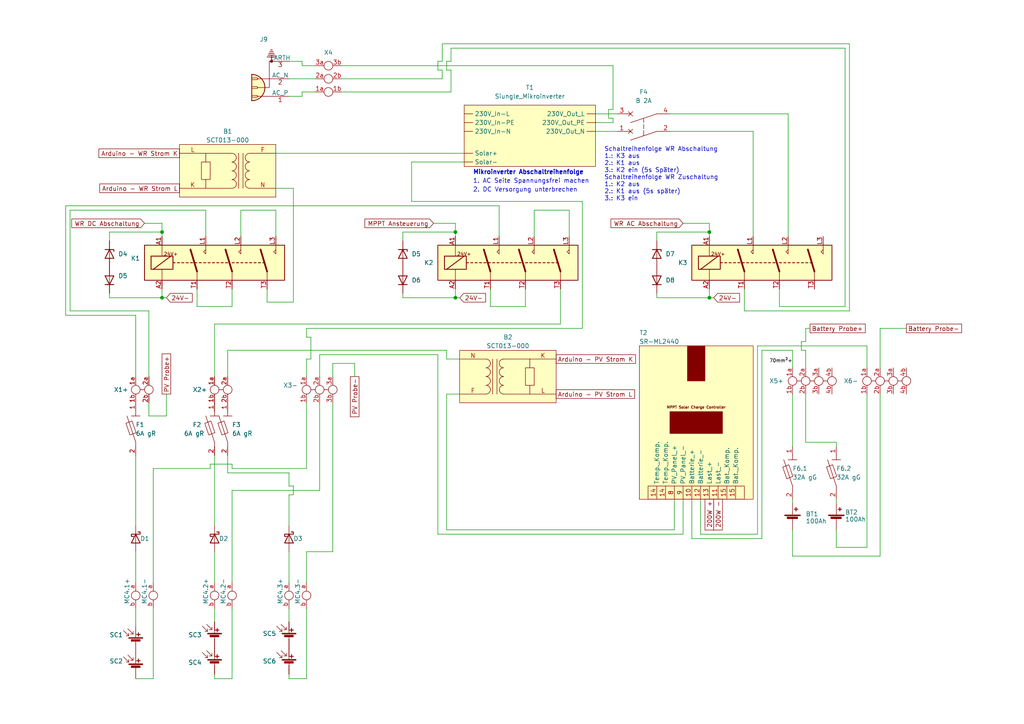
<source format=kicad_sch>
(kicad_sch (version 20230121) (generator eeschema)
  (paper "A4")
  (title_block (date "2023-06-27") (rev "1.1"))
  (lib_symbols
    (symbol "AlexLib:Reihenklemme_2-pol-verbunden"
      (property "Reference" "X" (at 0 0 0))
      (property "Value" "Reihenklemme_2-pol-verbunden" (at 0 0 0))
      (symbol "Reihenklemme_2-pol-verbunden_0_1"
        (circle (center -8.89 -6.35) (radius 1.27))
        (circle (center -5.08 -6.35) (radius 1.27))
        (polyline (pts (xy -7.62 -6.35) (xy -6.35 -6.35)))
      )
      (symbol "Reihenklemme_2-pol-verbunden_1_1"
        (pin passive line (at -8.89 -2.54 270) (length 2.54) (name "") (number "1a"))
        (pin passive line (at -8.89 -10.16 90) (length 2.54) (name "") (number "1b"))
        (pin passive line (at -5.08 -2.54 270) (length 2.54) (name "") (number "2a"))
        (pin passive line (at -5.08 -10.16 90) (length 2.54) (name "") (number "2b"))
      )
    )
    (symbol "AlexLib:Reihenklemme_3-pol"
      (property "Reference" "X" (at 0 0 0))
      (property "Value" "Reihenklemme_3-pol" (at 0 0 0))
      (symbol "Reihenklemme_3-pol_0_1"
        (circle (center -8.89 -6.35) (radius 1.27))
        (circle (center -5.08 -6.35) (radius 1.27))
        (circle (center -1.27 -6.35) (radius 1.27))
      )
      (symbol "Reihenklemme_3-pol_1_1"
        (pin passive line (at -8.89 -2.54 270) (length 2.54) (name "") (number "1a"))
        (pin passive line (at -8.89 -10.16 90) (length 2.54) (name "") (number "1b"))
        (pin passive line (at -5.08 -2.54 270) (length 2.54) (name "") (number "2a"))
        (pin passive line (at -5.08 -10.16 90) (length 2.54) (name "") (number "2b"))
        (pin passive line (at -1.27 -2.54 270) (length 2.54) (name "") (number "3a"))
        (pin passive line (at -1.27 -10.16 90) (length 2.54) (name "") (number "3b"))
      )
    )
    (symbol "AlexLib:Reihenklemme_4-pol"
      (property "Reference" "X2+" (at -11.43 -8.8899 0))
      (symbol "Reihenklemme_4-pol_0_1"
        (circle (center -8.89 -10.16) (radius 1.27))
        (circle (center -5.08 -10.16) (radius 1.27))
        (circle (center -1.27 -10.16) (radius 1.27))
        (polyline (pts (xy -7.62 -10.16) (xy -6.35 -10.16)))
        (polyline (pts (xy -3.81 -10.16) (xy -2.54 -10.16)))
        (polyline (pts (xy 0 -10.16) (xy 1.27 -10.16)))
        (circle (center 2.54 -10.16) (radius 1.27))
      )
      (symbol "Reihenklemme_4-pol_1_1"
        (pin passive line (at -8.89 -6.35 270) (length 2.54) (name "") (number "1a"))
        (pin passive line (at -8.89 -13.97 90) (length 2.54) (name "") (number "1b"))
        (pin passive line (at -5.08 -6.35 270) (length 2.54) (name "") (number "2a"))
        (pin passive line (at -5.08 -13.97 90) (length 2.54) (name "") (number "2b"))
        (pin passive line (at -1.27 -6.35 270) (length 2.54) (name "") (number "3a"))
        (pin passive line (at -1.27 -13.97 90) (length 2.54) (name "") (number "3b"))
        (pin passive line (at 2.54 -13.97 90) (length 2.54) (name "") (number "4b"))
        (pin passive line (at 2.54 -6.35 270) (length 2.54) (name "") (number "4b"))
      )
    )
    (symbol "AlexLib:SCT013-000"
      (property "Reference" "B" (at -3.81 -1.27 0))
      (property "Value" "SCT013-000" (at 17.78 -1.27 0))
      (symbol "SCT013-000_0_1"
        (rectangle (start -3.81 -2.54) (end 24.13 -17.78) (fill (type background)))
        (polyline (pts (xy 5.715 -5.08) (xy 5.715 -15.24)))
        (polyline (pts (xy 6.985 -15.24) (xy 6.985 -5.08)))
        (polyline (pts (xy 8.89 -15.24) (xy 16.51 -15.24)))
        (polyline (pts (xy 8.89 -5.08) (xy 16.51 -5.08)))
        (arc (start 3.81 -15.2146) (mid 4.6939 -14.8463) (end 5.08 -13.97))
        (arc (start 3.81 -12.6746) (mid 4.6939 -12.3063) (end 5.08 -11.43))
        (arc (start 3.81 -10.1346) (mid 4.6939 -9.7663) (end 5.08 -8.89))
        (arc (start 3.81 -7.5946) (mid 4.6939 -7.2263) (end 5.08 -6.35))
        (arc (start 5.08 -13.97) (mid 4.708 -13.072) (end 3.81 -12.7))
        (arc (start 5.08 -11.43) (mid 4.708 -10.532) (end 3.81 -10.16))
        (arc (start 5.08 -8.89) (mid 4.708 -7.992) (end 3.81 -7.62))
        (arc (start 5.08 -6.35) (mid 4.708 -5.452) (end 3.81 -5.08))
        (arc (start 7.6454 -11.43) (mid 8.0099 -12.3101) (end 8.89 -12.6746))
        (arc (start 7.6454 -8.89) (mid 8.0099 -9.7701) (end 8.89 -10.1346))
        (arc (start 7.6454 -6.35) (mid 8.0099 -7.2301) (end 8.89 -7.5946))
        (arc (start 7.6708 -13.97) (mid 8.0354 -14.8499) (end 8.9154 -15.2146))
        (arc (start 8.89 -10.16) (mid 7.9958 -10.5285) (end 7.6454 -11.43))
        (arc (start 8.89 -7.62) (mid 7.9958 -7.9885) (end 7.6454 -8.89))
        (arc (start 8.89 -5.08) (mid 7.9958 -5.4485) (end 7.6454 -6.35))
        (arc (start 8.9154 -12.7) (mid 8.0209 -13.0683) (end 7.6708 -13.97))
        (rectangle (start 15.24 -7.62) (end 17.78 -12.7))
        (rectangle (start 16.51 -12.7) (end 16.51 -15.24))
        (rectangle (start 16.51 -5.08) (end 16.51 -7.62))
      )
      (symbol "SCT013-000_1_1"
        (pin passive line (at -3.81 -15.24 0) (length 7.62) (name "") (number "F"))
        (pin passive line (at 24.13 -5.08 180) (length 7.62) (name "") (number "K"))
        (pin passive line (at 24.13 -15.24 180) (length 7.62) (name "") (number "L"))
        (pin passive line (at -3.81 -5.08 0) (length 7.62) (name "") (number "N"))
      )
    )
    (symbol "AlexLib:SR-ML2440"
      (property "Reference" "T" (at 0 0 0))
      (property "Value" "SR-ML2440" (at 5.08 2.54 0))
      (symbol "SR-ML2440_0_0"
        (rectangle (start 0 -2.54) (end 33.02 -46.99) (fill (type background)))
        (rectangle (start 2.54 -43.18) (end 30.48 -46.99))
        (rectangle (start 8.89 -21.59) (end 24.13 -27.94) (fill (type outline)))
        (rectangle (start 13.97 -2.54) (end 19.05 -12.7) (fill (type outline)))
        (text "MPPT Solar Charge Controller" (at 16.51 -20.32 0) (effects (font (size 0.75 0.75))))
      )
      (symbol "SR-ML2440_1_1"
        (pin power_out line (at 15.24 -46.99 90) (length 3.81) (name "Batterie_+") (number "10"))
        (pin power_out line (at 22.86 -46.99 90) (length 3.81) (name "Last_-") (number "11"))
        (pin power_out line (at 17.78 -46.99 90) (length 3.81) (name "Batterie_-") (number "12"))
        (pin power_out line (at 20.32 -46.99 90) (length 3.81) (name "Last_+") (number "13"))
        (pin input line (at 5.08 -46.99 90) (length 3.81) (name "Temp._Komp.") (number "14"))
        (pin input line (at 7.62 -46.99 90) (length 3.81) (name "Temp._Komp.") (number "14"))
        (pin input line (at 25.4 -46.99 90) (length 3.81) (name "Bat._Komp.") (number "15"))
        (pin input line (at 27.94 -46.99 90) (length 3.81) (name "Bat._Komp.") (number "15"))
        (pin power_in line (at 10.16 -46.99 90) (length 3.81) (name "PV_Panel_+") (number "8"))
        (pin power_in line (at 12.7 -46.99 90) (length 3.81) (name "PV_Panel_-") (number "9"))
      )
    )
    (symbol "AlexLib:Sicherungstrennschalter 1 polig"
      (property "Reference" "F" (at 0 0 0))
      (property "Value" "Sicherungstrennschalter 1 polig" (at 0 0 0))
      (symbol "Sicherungstrennschalter 1 polig_0_1"
        (polyline (pts (xy -1.27 -11.43) (xy 1.27 -11.43)))
        (polyline (pts (xy 0 -19.05) (xy -2.54 -11.43)))
        (polyline (pts (xy -2.0066 -13.2334) (xy -2.8448 -13.5382) (xy -1.6764 -16.9418) (xy -0.8128 -16.6116)))
        (polyline (pts (xy -0.7366 -16.5862) (xy 0.1016 -16.2814) (xy -1.0668 -12.8778) (xy -1.9304 -13.208)))
      )
      (symbol "Sicherungstrennschalter 1 polig_1_1"
        (polyline (pts (xy 0 -19.05) (xy 0 -20.32)))
        (polyline (pts (xy 0 -10.16) (xy 0 -11.43)))
        (pin passive line (at 0 -7.62 270) (length 2.54) (name "~") (number "1"))
        (pin passive line (at 0 -22.86 90) (length 2.54) (name "~") (number "2"))
      )
    )
    (symbol "AlexLib:Siungle_Mikroinverter"
      (property "Reference" "T" (at -8.89 1.27 0))
      (property "Value" "Siungle_Mikroinverter" (at 0 3.81 0))
      (symbol "Siungle_Mikroinverter_0_1"
        (rectangle (start -10.16 -1.27) (end 27.94 -19.05) (fill (type background)))
      )
      (symbol "Siungle_Mikroinverter_1_1"
        (pin input line (at -10.16 -3.81 0) (length 2.54) (name "230V_In-L") (number ""))
        (pin input line (at -10.16 -8.89 0) (length 2.54) (name "230V_In-N") (number ""))
        (pin input line (at -10.16 -6.35 0) (length 2.54) (name "230V_In-PE") (number ""))
        (pin output line (at 27.94 -3.81 180) (length 2.54) (name "230V_Out_L") (number ""))
        (pin output line (at 27.94 -8.89 180) (length 2.54) (name "230V_Out_N") (number ""))
        (pin output line (at 27.94 -6.35 180) (length 2.54) (name "230V_Out_PE") (number ""))
        (pin input line (at -10.16 -15.24 0) (length 2.54) (name "Solar+") (number ""))
        (pin input line (at -10.16 -17.78 0) (length 2.54) (name "Solar-") (number ""))
      )
    )
    (symbol "AlexLib:power_contactor"
      (property "Reference" "K" (at 0 1.27 0))
      (property "Value" "power_contactor" (at 0 0 0))
      (symbol "power_contactor_0_0"
        (text "24V+" (at 16.51 6.35 0) (effects (font (size 1 1))))
      )
      (symbol "power_contactor_0_1"
        (polyline (pts (xy 11.43 1.905) (xy 16.51 5.715)) (stroke (width 0.254)))
        (polyline (pts (xy 13.97 -1.27) (xy 13.97 1.905)))
        (polyline (pts (xy 13.97 8.89) (xy 13.97 5.715)))
        (polyline (pts (xy 17.145 3.81) (xy 17.78 3.81)) (stroke (width 0.254)))
        (polyline (pts (xy 18.415 3.81) (xy 19.05 3.81)) (stroke (width 0.254)))
        (polyline (pts (xy 19.685 3.81) (xy 20.32 3.81)) (stroke (width 0.254)))
        (polyline (pts (xy 20.955 3.81) (xy 21.59 3.81)) (stroke (width 0.254)))
        (polyline (pts (xy 22.225 3.81) (xy 22.86 3.81)) (stroke (width 0.254)))
        (polyline (pts (xy 23.495 3.81) (xy 24.13 3.81)) (stroke (width 0.254)))
        (polyline (pts (xy 24.13 1.27) (xy 22.225 7.62)) (stroke (width 0.508)))
        (polyline (pts (xy 24.13 1.27) (xy 24.13 -1.27)))
        (polyline (pts (xy 24.765 3.81) (xy 25.4 3.81)) (stroke (width 0.254)))
        (polyline (pts (xy 26.035 3.81) (xy 26.67 3.81)) (stroke (width 0.254)))
        (polyline (pts (xy 27.305 3.81) (xy 27.94 3.81)) (stroke (width 0.254)))
        (polyline (pts (xy 28.575 3.81) (xy 29.21 3.81)) (stroke (width 0.254)))
        (polyline (pts (xy 29.845 3.81) (xy 30.48 3.81)) (stroke (width 0.254)))
        (polyline (pts (xy 31.115 3.81) (xy 31.75 3.81)) (stroke (width 0.254)))
        (polyline (pts (xy 32.385 3.81) (xy 33.02 3.81)) (stroke (width 0.254)))
        (polyline (pts (xy 34.29 1.27) (xy 32.385 7.62)) (stroke (width 0.508)))
        (polyline (pts (xy 34.29 1.27) (xy 34.29 -1.27)))
        (polyline (pts (xy 34.29 3.81) (xy 34.925 3.81)) (stroke (width 0.254)))
        (polyline (pts (xy 35.56 3.81) (xy 36.195 3.81)) (stroke (width 0.254)))
        (polyline (pts (xy 36.83 3.81) (xy 37.465 3.81)) (stroke (width 0.254)))
        (polyline (pts (xy 38.1 3.81) (xy 38.735 3.81)) (stroke (width 0.254)))
        (polyline (pts (xy 39.37 3.81) (xy 40.005 3.81)) (stroke (width 0.254)))
        (polyline (pts (xy 40.64 3.81) (xy 41.275 3.81)) (stroke (width 0.254)))
        (polyline (pts (xy 41.91 3.81) (xy 42.545 3.81)) (stroke (width 0.254)))
        (polyline (pts (xy 43.18 3.81) (xy 43.815 3.81)) (stroke (width 0.254)))
        (polyline (pts (xy 44.45 1.27) (xy 42.545 7.62)) (stroke (width 0.508)))
        (polyline (pts (xy 44.45 1.27) (xy 44.45 -1.27)))
        (polyline (pts (xy 26.67 8.89) (xy 26.67 6.35) (xy 26.035 6.985) (xy 26.67 7.62)))
        (polyline (pts (xy 36.83 8.89) (xy 36.83 6.35) (xy 36.195 6.985) (xy 36.83 7.62)))
        (polyline (pts (xy 46.99 8.89) (xy 46.99 6.35) (xy 46.355 6.985) (xy 46.99 7.62)))
        (rectangle (start 8.89 8.89) (end 49.53 -1.27) (stroke (width 0.254)) (fill (type background)))
        (rectangle (start 10.795 5.715) (end 17.145 1.905) (stroke (width 0.254)))
      )
      (symbol "power_contactor_1_1"
        (pin passive line (at 13.97 11.43 270) (length 2.54) (name "~") (number "A1"))
        (pin passive line (at 13.97 -3.81 90) (length 2.54) (name "~") (number "A2"))
        (pin passive line (at 26.67 11.43 270) (length 2.54) (name "~") (number "L1"))
        (pin passive line (at 36.83 11.43 270) (length 2.54) (name "~") (number "L2"))
        (pin passive line (at 46.99 11.43 270) (length 2.54) (name "~") (number "L3"))
        (pin passive line (at 24.13 -3.81 90) (length 2.54) (name "~") (number "T1"))
        (pin passive line (at 34.29 -3.81 90) (length 2.54) (name "~") (number "T2"))
        (pin passive line (at 44.45 -3.81 90) (length 2.54) (name "~") (number "T3"))
      )
    )
    (symbol "AlexanderTonnLib:Reihenklemme"
      (property "Reference" "X" (at -5.08 -5.08 0))
      (property "Value" "Reihenklemme" (at 1.27 -7.62 0))
      (symbol "Reihenklemme_0_1"
        (circle (center -1.27 -6.35) (radius 1.27))
      )
      (symbol "Reihenklemme_1_1"
        (pin passive line (at -1.27 -2.54 270) (length 2.54) (name "") (number "a"))
        (pin passive line (at -1.27 -10.16 90) (length 2.54) (name "") (number "b"))
      )
    )
    (symbol "AlexanderTonnLib:Reihenklemme_3-pol-verbunden"
      (property "Reference" "X" (at 0 0 0))
      (property "Value" "Reihenklemme_3-pol-verbunden" (at 0 0 0))
      (symbol "Reihenklemme_3-pol-verbunden_0_1"
        (circle (center -8.89 -10.16) (radius 1.27))
        (circle (center -5.08 -10.16) (radius 1.27))
        (circle (center -1.27 -10.16) (radius 1.27))
        (polyline (pts (xy -7.62 -10.16) (xy -6.35 -10.16)))
        (polyline (pts (xy -3.81 -10.16) (xy -2.54 -10.16)))
      )
      (symbol "Reihenklemme_3-pol-verbunden_1_1"
        (pin passive line (at -8.89 -6.35 270) (length 2.54) (name "") (number "1a"))
        (pin passive line (at -8.89 -13.97 90) (length 2.54) (name "") (number "1b"))
        (pin passive line (at -5.08 -6.35 270) (length 2.54) (name "") (number "2a"))
        (pin passive line (at -5.08 -13.97 90) (length 2.54) (name "") (number "2b"))
        (pin passive line (at -1.27 -6.35 270) (length 2.54) (name "") (number "3a"))
        (pin passive line (at -1.27 -13.97 90) (length 2.54) (name "") (number "3b"))
      )
    )
    (symbol "Connector:Conn_WallSocket_Earth" (pin_names (offset 0))
      (property "Reference" "J" (at 3.81 6.985 0))
      (property "Value" "Conn_WallSocket_Earth" (at 7.62 2.54 90))
      (symbol "Conn_WallSocket_Earth_0_1"
        (circle (center 0 -5.08) (radius 0.3556) (fill (type outline)))
        (polyline (pts (xy -1.27 -6.35) (xy 1.27 -6.35)) (stroke (width 0.2032)))
        (polyline (pts (xy 0 -5.08) (xy 0 -6.35)) (stroke (width 0.2032)))
        (polyline (pts (xy 0.254 -8.382) (xy -0.254 -8.382)) (stroke (width 0.2032)))
        (polyline (pts (xy 0.508 -7.874) (xy -0.508 -7.874)) (stroke (width 0.2032)))
        (polyline (pts (xy 0.762 -7.366) (xy -0.762 -7.366)) (stroke (width 0.2032)))
        (polyline (pts (xy 1.016 -6.858) (xy -1.016 -6.858)) (stroke (width 0.2032)))
        (polyline (pts (xy 4.064 0) (xy 0 0)))
        (polyline (pts (xy 4.064 5.08) (xy 0 5.08)))
        (polyline (pts (xy 5.715 -1.27) (xy 5.715 6.35)) (stroke (width 0.254)))
        (polyline (pts (xy 0 -5.08) (xy 0.635 -5.08) (xy 0.635 2.54) (xy 4.064 2.54)))
        (rectangle (start 5.715 -0.254) (end 4.064 0.254))
        (rectangle (start 5.715 2.286) (end 4.064 2.794))
        (rectangle (start 5.715 4.826) (end 4.064 5.334))
        (arc (start 5.715 6.35) (mid 1.9216 2.54) (end 5.715 -1.27) (stroke (width 0.254)) (fill (type background)))
      )
      (symbol "Conn_WallSocket_Earth_1_1"
        (pin power_in line (at -5.08 5.08 0) (length 5.08) (name "AC_P") (number "1"))
        (pin power_in line (at -5.08 0 0) (length 5.08) (name "AC_N") (number "2"))
        (pin passive line (at -5.08 -5.08 0) (length 5.08) (name "EARTH") (number "3"))
      )
    )
    (symbol "Device:Battery_Cell" (pin_numbers hide) (pin_names (offset 0) hide)
      (property "Reference" "BT" (at 2.54 2.54 0))
      (property "Value" "Battery_Cell" (at 2.54 0 0))
      (symbol "Battery_Cell_0_1"
        (rectangle (start -2.286 1.778) (end 2.286 1.524) (fill (type outline)))
        (rectangle (start -1.5748 1.1938) (end 1.4732 0.6858) (fill (type outline)))
        (polyline (pts (xy 0 0.762) (xy 0 0)))
        (polyline (pts (xy 0 1.778) (xy 0 2.54)))
        (polyline (pts (xy 0.508 3.429) (xy 1.524 3.429)) (stroke (width 0.254)))
        (polyline (pts (xy 1.016 3.937) (xy 1.016 2.921)) (stroke (width 0.254)))
      )
      (symbol "Battery_Cell_1_1"
        (pin passive line (at 0 5.08 270) (length 2.54) (name "+") (number "1"))
        (pin passive line (at 0 -2.54 90) (length 2.54) (name "-") (number "2"))
      )
    )
    (symbol "Device:CircuitBreaker_2P"
      (property "Reference" "CB" (at 3.81 0 0))
      (property "Value" "CircuitBreaker_2P" (at 3.81 2.54 0))
      (symbol "CircuitBreaker_2P_0_1"
        (polyline (pts (xy -3.81 0) (xy -2.286 0)))
        (polyline (pts (xy -2.54 -3.81) (xy -5.08 3.81)))
        (polyline (pts (xy -1.778 0) (xy -0.508 0)))
        (polyline (pts (xy 0 0) (xy 1.27 0)))
        (polyline (pts (xy 2.54 -5.08) (xy 2.54 -3.81)))
        (polyline (pts (xy 2.54 -3.81) (xy 0 3.81)))
      )
      (symbol "CircuitBreaker_2P_1_1"
        (polyline (pts (xy -3.175 4.445) (xy -1.905 3.175)))
        (polyline (pts (xy -2.54 -3.81) (xy -2.54 -5.08)))
        (polyline (pts (xy -2.54 5.08) (xy -2.54 3.81)))
        (polyline (pts (xy -1.905 4.445) (xy -3.175 3.175)))
        (polyline (pts (xy 1.905 4.445) (xy 3.175 3.175)))
        (polyline (pts (xy 2.54 5.08) (xy 2.54 3.81)))
        (polyline (pts (xy 3.175 4.445) (xy 1.905 3.175)))
        (pin passive line (at -2.54 7.62 270) (length 2.54) (name "~") (number "1"))
        (pin passive line (at -2.54 -7.62 90) (length 2.54) (name "~") (number "2"))
        (pin passive line (at 2.54 7.62 270) (length 2.54) (name "~") (number "3"))
        (pin passive line (at 2.54 -7.62 90) (length 2.54) (name "~") (number "4"))
      )
    )
    (symbol "Device:D_Schottky" (pin_numbers hide) (pin_names (offset 1.016) hide)
      (property "Reference" "D" (at 0 2.54 0))
      (property "Value" "D_Schottky" (at 0 -2.54 0))
      (symbol "D_Schottky_0_1"
        (polyline (pts (xy 1.27 0) (xy -1.27 0)))
        (polyline (pts (xy 1.27 1.27) (xy 1.27 -1.27) (xy -1.27 0) (xy 1.27 1.27)) (stroke (width 0.254)))
        (polyline (pts (xy -1.905 0.635) (xy -1.905 1.27) (xy -1.27 1.27) (xy -1.27 -1.27) (xy -0.635 -1.27) (xy -0.635 -0.635)) (stroke (width 0.254)))
      )
      (symbol "D_Schottky_1_1"
        (pin passive line (at -3.81 0 0) (length 2.54) (name "K") (number "1"))
        (pin passive line (at 3.81 0 180) (length 2.54) (name "A") (number "2"))
      )
    )
    (symbol "Device:D_Zener" (pin_numbers hide) (pin_names (offset 1.016) hide)
      (property "Reference" "D" (at 0 2.54 0))
      (property "Value" "D_Zener" (at 0 -2.54 0))
      (symbol "D_Zener_0_1"
        (polyline (pts (xy 1.27 0) (xy -1.27 0)))
        (polyline (pts (xy -1.27 -1.27) (xy -1.27 1.27) (xy -0.762 1.27)) (stroke (width 0.254)))
        (polyline (pts (xy 1.27 -1.27) (xy 1.27 1.27) (xy -1.27 0) (xy 1.27 -1.27)) (stroke (width 0.254)))
      )
      (symbol "D_Zener_1_1"
        (pin passive line (at -3.81 0 0) (length 2.54) (name "K") (number "1"))
        (pin passive line (at 3.81 0 180) (length 2.54) (name "A") (number "2"))
      )
    )
    (symbol "Device:Solar_Cell" (pin_numbers hide) (pin_names (offset 0) hide)
      (property "Reference" "SC" (at 2.54 2.54 0))
      (property "Value" "Solar_Cell" (at 2.54 0 0))
      (symbol "Solar_Cell_0_1"
        (rectangle (start -2.032 1.778) (end 2.032 1.524) (fill (type outline)))
        (rectangle (start -1.3208 1.1938) (end 1.27 0.6858) (fill (type outline)))
        (polyline (pts (xy -2.032 2.286) (xy -3.556 3.81)))
        (polyline (pts (xy -0.762 2.794) (xy -2.286 4.318)))
        (polyline (pts (xy 0 0.762) (xy 0 0)))
        (polyline (pts (xy 0 1.778) (xy 0 2.54)))
        (polyline (pts (xy 0.254 2.667) (xy 1.27 2.667)) (stroke (width 0.254)))
        (polyline (pts (xy 0.762 3.175) (xy 0.762 2.159)) (stroke (width 0.254)))
        (polyline (pts (xy -2.032 3.048) (xy -2.032 2.286) (xy -2.794 2.286)))
        (polyline (pts (xy -0.762 3.556) (xy -0.762 2.794) (xy -1.524 2.794)))
      )
      (symbol "Solar_Cell_1_1"
        (pin passive line (at 0 5.08 270) (length 2.54) (name "+") (number "1"))
        (pin passive line (at 0 -2.54 90) (length 2.54) (name "-") (number "2"))
      )
    )
    (symbol "Simulation_SPICE:DIODE" (pin_numbers hide) (pin_names (offset 1.016) hide)
      (property "Reference" "D" (at 0 2.54 0))
      (property "Value" "DIODE" (at 0 -2.54 0))
      (symbol "DIODE_0_1"
        (polyline (pts (xy 1.27 0) (xy -1.27 0)))
        (polyline (pts (xy 1.27 1.27) (xy 1.27 -1.27)) (stroke (width 0.254)))
        (polyline (pts (xy -1.27 -1.27) (xy -1.27 1.27) (xy 1.27 0) (xy -1.27 -1.27)) (stroke (width 0.254)))
      )
      (symbol "DIODE_1_1"
        (pin passive line (at -3.81 0 0) (length 2.54) (name "A") (number "1"))
        (pin passive line (at 3.81 0 180) (length 2.54) (name "K") (number "2"))
      )
    )
  )
  (junction (at 46.99 86.36))
  (junction (at 132.08 67.31))
  (junction (at 46.99 67.31))
  (junction (at 205.74 67.31))
  (junction (at 132.08 86.36))
  (junction (at 205.74 86.36))
  (wire (pts (xy 62.23 93.98) (xy 62.23 109.22)))
  (wire (pts (xy 96.52 105.41) (xy 96.52 109.22)))
  (wire (pts (xy 129.54 17.78) (xy 129.54 20.32)))
  (wire (pts (xy 83.82 160.02) (xy 83.82 168.91)))
  (wire (pts (xy 203.2 154.94) (xy 219.71 154.94)))
  (wire (pts (xy 245.11 88.9) (xy 245.11 13.97)))
  (wire (pts (xy 242.57 128.27) (xy 242.57 129.54)))
  (wire (pts (xy 229.87 153.67) (xy 229.87 161.29)))
  (wire (pts (xy 92.71 116.84) (xy 92.71 142.24)))
  (wire (pts (xy 219.71 100.33) (xy 251.46 100.33)))
  (wire (pts (xy 83.82 143.51) (xy 85.09 143.51)))
  (wire (pts (xy 194.31 33.02) (xy 228.6 33.02)))
  (wire (pts (xy 130.81 17.78) (xy 129.54 17.78)))
  (wire (pts (xy 43.18 116.84) (xy 43.18 120.65)))
  (wire (pts (xy 229.87 161.29) (xy 255.27 161.29)))
  (wire (pts (xy 67.31 134.62) (xy 60.96 134.62)))
  (wire (pts (xy 205.74 86.36) (xy 205.74 83.82)))
  (wire (pts (xy 129.54 104.14) (xy 133.35 104.14)))
  (wire (pts (xy 242.57 144.78) (xy 242.57 146.05)))
  (wire (pts (xy 62.23 160.02) (xy 62.23 168.91)))
  (wire (pts (xy 99.06 19.05) (xy 177.8 19.05)))
  (wire (pts (xy 242.57 153.67) (xy 242.57 158.75)))
  (wire (pts (xy 168.91 58.42) (xy 119.38 58.42)))
  (wire (pts (xy 87.63 27.94) (xy 87.63 26.67)))
  (wire (pts (xy 152.4 88.9) (xy 152.4 83.82)))
  (wire (pts (xy 43.18 90.17) (xy 20.32 90.17)))
  (wire (pts (xy 128.27 22.86) (xy 99.06 22.86)))
  (wire (pts (xy 88.9 97.79) (xy 90.17 97.79)))
  (wire (pts (xy 83.82 176.53) (xy 83.82 180.34)))
  (wire (pts (xy 88.9 104.14) (xy 88.9 109.22)))
  (wire (pts (xy 88.9 196.85) (xy 83.82 196.85)))
  (wire (pts (xy 83.82 140.97) (xy 83.82 137.16)))
  (wire (pts (xy 154.94 68.58) (xy 154.94 60.96)))
  (wire (pts (xy 200.66 144.78) (xy 200.66 156.21)))
  (wire (pts (xy 62.23 176.53) (xy 62.23 180.34)))
  (wire (pts (xy 90.17 97.79) (xy 90.17 104.14)))
  (wire (pts (xy 176.53 34.29) (xy 176.53 31.75)))
  (wire (pts (xy 215.9 90.17) (xy 246.38 90.17)))
  (wire (pts (xy 198.12 154.94) (xy 198.12 144.78)))
  (wire (pts (xy 132.08 64.77) (xy 132.08 67.31)))
  (wire (pts (xy 69.85 60.96) (xy 80.01 60.96)))
  (wire (pts (xy 129.54 153.67) (xy 195.58 153.67)))
  (wire (pts (xy 119.38 46.99) (xy 134.62 46.99)))
  (wire (pts (xy 20.32 60.96) (xy 59.69 60.96)))
  (wire (pts (xy 87.63 17.78) (xy 83.82 17.78)))
  (wire (pts (xy 67.31 135.89) (xy 67.31 134.62)))
  (wire (pts (xy 127 102.87) (xy 127 154.94)))
  (wire (pts (xy 39.37 91.44) (xy 19.05 91.44)))
  (wire (pts (xy 46.99 67.31) (xy 46.99 68.58)))
  (wire (pts (xy 218.44 38.1) (xy 218.44 68.58)))
  (wire (pts (xy 88.9 160.02) (xy 96.52 160.02)))
  (wire (pts (xy 190.5 85.09) (xy 190.5 86.36)))
  (wire (pts (xy 39.37 91.44) (xy 39.37 109.22)))
  (wire (pts (xy 162.56 93.98) (xy 62.23 93.98)))
  (wire (pts (xy 57.15 88.9) (xy 67.31 88.9)))
  (wire (pts (xy 154.94 60.96) (xy 165.1 60.96)))
  (wire (pts (xy 190.5 67.31) (xy 205.74 67.31)))
  (wire (pts (xy 31.75 67.31) (xy 46.99 67.31)))
  (wire (pts (xy 234.95 95.25) (xy 233.68 95.25)))
  (wire (pts (xy 20.32 90.17) (xy 20.32 60.96)))
  (wire (pts (xy 67.31 196.85) (xy 62.23 196.85)))
  (wire (pts (xy 59.69 60.96) (xy 59.69 68.58)))
  (wire (pts (xy 242.57 158.75) (xy 251.46 158.75)))
  (wire (pts (xy 190.5 86.36) (xy 205.74 86.36)))
  (wire (pts (xy 116.84 69.85) (xy 116.84 67.31)))
  (wire (pts (xy 190.5 69.85) (xy 190.5 67.31)))
  (wire (pts (xy 233.68 114.3) (xy 233.68 128.27)))
  (wire (pts (xy 41.91 64.77) (xy 46.99 64.77)))
  (wire (pts (xy 85.09 143.51) (xy 85.09 140.97)))
  (wire (pts (xy 67.31 88.9) (xy 67.31 83.82)))
  (wire (pts (xy 43.18 120.65) (xy 48.26 120.65)))
  (wire (pts (xy 251.46 100.33) (xy 251.46 106.68)))
  (wire (pts (xy 229.87 114.3) (xy 229.87 129.54)))
  (wire (pts (xy 233.68 101.6) (xy 233.68 106.68)))
  (wire (pts (xy 144.78 59.69) (xy 144.78 68.58)))
  (wire (pts (xy 88.9 135.89) (xy 67.31 135.89)))
  (wire (pts (xy 67.31 142.24) (xy 92.71 142.24)))
  (wire (pts (xy 19.05 91.44) (xy 19.05 59.69)))
  (wire (pts (xy 83.82 195.58) (xy 83.82 196.85)))
  (wire (pts (xy 130.81 26.67) (xy 99.06 26.67)))
  (wire (pts (xy 255.27 161.29) (xy 255.27 114.3)))
  (wire (pts (xy 127 20.32) (xy 128.27 20.32)))
  (wire (pts (xy 129.54 114.3) (xy 129.54 153.67)))
  (wire (pts (xy 67.31 168.91) (xy 67.31 142.24)))
  (wire (pts (xy 128.27 20.32) (xy 128.27 22.86)))
  (wire (pts (xy 90.17 104.14) (xy 88.9 104.14)))
  (wire (pts (xy 96.52 160.02) (xy 96.52 116.84)))
  (wire (pts (xy 83.82 22.86) (xy 91.44 22.86)))
  (wire (pts (xy 233.68 99.06) (xy 232.41 99.06)))
  (wire (pts (xy 165.1 60.96) (xy 165.1 68.58)))
  (wire (pts (xy 142.24 88.9) (xy 152.4 88.9)))
  (wire (pts (xy 232.41 99.06) (xy 232.41 101.6)))
  (wire (pts (xy 132.08 86.36) (xy 133.35 86.36)))
  (wire (pts (xy 194.31 38.1) (xy 218.44 38.1)))
  (wire (pts (xy 77.47 87.63) (xy 85.09 87.63)))
  (wire (pts (xy 132.08 83.82) (xy 132.08 86.36)))
  (wire (pts (xy 220.98 101.6) (xy 220.98 156.21)))
  (wire (pts (xy 177.8 31.75) (xy 177.8 19.05)))
  (wire (pts (xy 168.91 95.25) (xy 168.91 58.42)))
  (wire (pts (xy 43.18 109.22) (xy 43.18 90.17)))
  (wire (pts (xy 207.01 86.36) (xy 205.74 86.36)))
  (wire (pts (xy 262.89 95.25) (xy 255.27 95.25)))
  (wire (pts (xy 31.75 69.85) (xy 31.75 67.31)))
  (wire (pts (xy 132.08 67.31) (xy 132.08 68.58)))
  (wire (pts (xy 46.99 64.77) (xy 46.99 67.31)))
  (wire (pts (xy 80.01 60.96) (xy 80.01 68.58)))
  (wire (pts (xy 203.2 144.78) (xy 203.2 154.94)))
  (wire (pts (xy 172.72 35.56) (xy 177.8 35.56)))
  (wire (pts (xy 88.9 95.25) (xy 88.9 97.79)))
  (wire (pts (xy 229.87 144.78) (xy 229.87 146.05)))
  (wire (pts (xy 92.71 102.87) (xy 92.71 109.22)))
  (wire (pts (xy 226.06 88.9) (xy 245.11 88.9)))
  (wire (pts (xy 142.24 83.82) (xy 142.24 88.9)))
  (wire (pts (xy 205.74 64.77) (xy 205.74 67.31)))
  (wire (pts (xy 66.04 132.08) (xy 66.04 137.16)))
  (wire (pts (xy 229.87 101.6) (xy 229.87 106.68)))
  (wire (pts (xy 133.35 114.3) (xy 129.54 114.3)))
  (wire (pts (xy 31.75 86.36) (xy 46.99 86.36)))
  (wire (pts (xy 88.9 176.53) (xy 88.9 196.85)))
  (wire (pts (xy 88.9 95.25) (xy 168.91 95.25)))
  (wire (pts (xy 102.87 105.41) (xy 96.52 105.41)))
  (wire (pts (xy 200.66 156.21) (xy 220.98 156.21)))
  (wire (pts (xy 69.85 68.58) (xy 69.85 60.96)))
  (wire (pts (xy 92.71 102.87) (xy 127 102.87)))
  (wire (pts (xy 85.09 87.63) (xy 85.09 54.61)))
  (wire (pts (xy 77.47 83.82) (xy 77.47 87.63)))
  (wire (pts (xy 48.26 120.65) (xy 48.26 114.3)))
  (wire (pts (xy 66.04 101.6) (xy 66.04 109.22)))
  (wire (pts (xy 219.71 154.94) (xy 219.71 100.33)))
  (wire (pts (xy 116.84 67.31) (xy 132.08 67.31)))
  (wire (pts (xy 176.53 31.75) (xy 177.8 31.75)))
  (wire (pts (xy 179.07 38.1) (xy 172.72 38.1)))
  (wire (pts (xy 39.37 176.53) (xy 39.37 181.61)))
  (wire (pts (xy 119.38 58.42) (xy 119.38 46.99)))
  (wire (pts (xy 83.82 27.94) (xy 87.63 27.94)))
  (wire (pts (xy 57.15 83.82) (xy 57.15 88.9)))
  (wire (pts (xy 127 154.94) (xy 198.12 154.94)))
  (wire (pts (xy 48.26 86.36) (xy 46.99 86.36)))
  (wire (pts (xy 46.99 86.36) (xy 46.99 83.82)))
  (wire (pts (xy 60.96 135.89) (xy 44.45 135.89)))
  (wire (pts (xy 31.75 85.09) (xy 31.75 86.36)))
  (wire (pts (xy 44.45 176.53) (xy 44.45 196.85)))
  (wire (pts (xy 19.05 59.69) (xy 144.78 59.69)))
  (wire (pts (xy 233.68 128.27) (xy 242.57 128.27)))
  (wire (pts (xy 220.98 101.6) (xy 229.87 101.6)))
  (wire (pts (xy 60.96 134.62) (xy 60.96 135.89)))
  (wire (pts (xy 226.06 83.82) (xy 226.06 88.9)))
  (wire (pts (xy 130.81 13.97) (xy 130.81 17.78)))
  (wire (pts (xy 205.74 67.31) (xy 205.74 68.58)))
  (wire (pts (xy 128.27 12.7) (xy 128.27 17.78)))
  (wire (pts (xy 62.23 132.08) (xy 62.23 152.4)))
  (wire (pts (xy 177.8 35.56) (xy 177.8 34.29)))
  (wire (pts (xy 129.54 101.6) (xy 129.54 104.14)))
  (wire (pts (xy 67.31 176.53) (xy 67.31 196.85)))
  (wire (pts (xy 228.6 33.02) (xy 228.6 68.58)))
  (wire (pts (xy 80.01 44.45) (xy 134.62 44.45)))
  (wire (pts (xy 62.23 196.85) (xy 62.23 195.58)))
  (wire (pts (xy 87.63 19.05) (xy 91.44 19.05)))
  (wire (pts (xy 39.37 160.02) (xy 39.37 168.91)))
  (wire (pts (xy 87.63 19.05) (xy 87.63 17.78)))
  (wire (pts (xy 179.07 33.02) (xy 172.72 33.02)))
  (wire (pts (xy 251.46 158.75) (xy 251.46 114.3)))
  (wire (pts (xy 215.9 83.82) (xy 215.9 90.17)))
  (wire (pts (xy 102.87 109.22) (xy 102.87 105.41)))
  (wire (pts (xy 246.38 12.7) (xy 128.27 12.7)))
  (wire (pts (xy 195.58 153.67) (xy 195.58 144.78)))
  (wire (pts (xy 83.82 137.16) (xy 66.04 137.16)))
  (wire (pts (xy 177.8 34.29) (xy 176.53 34.29)))
  (wire (pts (xy 255.27 95.25) (xy 255.27 106.68)))
  (wire (pts (xy 127 17.78) (xy 127 20.32)))
  (wire (pts (xy 129.54 20.32) (xy 130.81 20.32)))
  (wire (pts (xy 198.12 64.77) (xy 205.74 64.77)))
  (wire (pts (xy 44.45 135.89) (xy 44.45 168.91)))
  (wire (pts (xy 116.84 86.36) (xy 132.08 86.36)))
  (wire (pts (xy 129.54 101.6) (xy 66.04 101.6)))
  (wire (pts (xy 88.9 116.84) (xy 88.9 135.89)))
  (wire (pts (xy 232.41 101.6) (xy 233.68 101.6)))
  (wire (pts (xy 246.38 90.17) (xy 246.38 12.7)))
  (wire (pts (xy 245.11 13.97) (xy 130.81 13.97)))
  (wire (pts (xy 85.09 140.97) (xy 83.82 140.97)))
  (wire (pts (xy 130.81 20.32) (xy 130.81 26.67)))
  (wire (pts (xy 83.82 143.51) (xy 83.82 152.4)))
  (wire (pts (xy 39.37 132.08) (xy 39.37 152.4)))
  (wire (pts (xy 44.45 196.85) (xy 39.37 196.85)))
  (wire (pts (xy 88.9 168.91) (xy 88.9 160.02)))
  (wire (pts (xy 116.84 85.09) (xy 116.84 86.36)))
  (wire (pts (xy 233.68 95.25) (xy 233.68 99.06)))
  (wire (pts (xy 80.01 54.61) (xy 85.09 54.61)))
  (wire (pts (xy 162.56 83.82) (xy 162.56 93.98)))
  (wire (pts (xy 128.27 17.78) (xy 127 17.78)))
  (wire (pts (xy 125.73 64.77) (xy 132.08 64.77)))
  (wire (pts (xy 87.63 26.67) (xy 91.44 26.67)))
  (text "Mikroinverter Abschaltreihenfolge" (at 137.16 50.8 0) (effects (font (size 1.27 1.27) (thickness 0.254) bold) (justify left bottom)))
  (text "1. AC Seite Spannungsfrei machen" (at 137.16 53.34 0) (effects (font (size 1.27 1.27)) (justify left bottom)))
  (text "Schaltreihenfolge WR Abschaltung\n1.: K3 aus\n2.: K1 aus\n3.: K2 ein (5s Später)\nSchaltreihenfolge WR Zuschaltung\n1.: K2 aus\n2.: K1 aus (5s später)\n3.: K3 ein " (at 175.26 58.42 0) (effects (font (size 1.27 1.27)) (justify left bottom)))
  (text "2. DC Versorgung unterbrechen" (at 137.16 55.88 0) (effects (font (size 1.27 1.27)) (justify left bottom)))
  (label "70mm²+" (at 229.87 105.41 180) (effects (font (size 1 1))))
  (global_label "Arduino - WR Strom K" (shape passive) (at 52.07 44.45 180) (property "Intersheetrefs" "${INTERSHEET_REFS}" (at 52.07 44.45 0)) (property "Referenzen zwischen Schaltplänen" "${INTERSHEET_REFS}" (effects hide)))
  (global_label "Battery Probe-" (shape passive) (at 262.89 95.25 0) (property "Intersheetrefs" "${INTERSHEET_REFS}" (at 279.4595 95.25 0) (effects (justify left))))
  (global_label "24V-" (shape input) (at 48.26 86.36 0) (property "Intersheetrefs" "${INTERSHEET_REFS}" (at 48.26 86.36 0)) (property "Referenzen zwischen Schaltplänen" "${INTERSHEET_REFS}" (effects hide)))
  (global_label "200W -" (shape passive) (at 208.28 144.78 270) (property "Intersheetrefs" "${INTERSHEET_REFS}" (at 208.28 144.78 0)) (property "Referenzen zwischen Schaltplänen" "${INTERSHEET_REFS}" (effects hide)))
  (global_label "24V-" (shape input) (at 207.01 86.36 0) (property "Intersheetrefs" "${INTERSHEET_REFS}" (at 207.01 86.36 0)) (property "Referenzen zwischen Schaltplänen" "${INTERSHEET_REFS}" (effects hide)))
  (global_label "24V-" (shape input) (at 133.35 86.36 0) (property "Intersheetrefs" "${INTERSHEET_REFS}" (at 133.35 86.36 0)) (property "Referenzen zwischen Schaltplänen" "${INTERSHEET_REFS}" (effects hide)))
  (global_label "MPPT Ansteuerung" (shape input) (at 125.73 64.77 180) (property "Intersheetrefs" "${INTERSHEET_REFS}" (at 125.73 64.77 0)) (property "Referenzen zwischen Schaltplänen" "${INTERSHEET_REFS}" (effects hide)))
  (global_label "WR DC Abschaltung" (shape input) (at 41.91 64.77 180) (property "Intersheetrefs" "${INTERSHEET_REFS}" (at 41.91 64.77 0)) (property "Referenzen zwischen Schaltplänen" "${INTERSHEET_REFS}" (effects hide)))
  (global_label "200W +" (shape passive) (at 205.74 144.78 270) (property "Intersheetrefs" "${INTERSHEET_REFS}" (at 205.74 144.78 0)) (property "Referenzen zwischen Schaltplänen" "${INTERSHEET_REFS}" (effects hide)))
  (global_label "WR AC Abschaltung" (shape input) (at 198.12 64.77 180) (property "Intersheetrefs" "${INTERSHEET_REFS}" (at 198.12 64.77 0)) (property "Referenzen zwischen Schaltplänen" "${INTERSHEET_REFS}" (effects hide)))
  (global_label "Battery Probe+" (shape passive) (at 234.95 95.25 0) (property "Intersheetrefs" "${INTERSHEET_REFS}" (at 251.5195 95.25 0) (effects (justify left))))
  (global_label "Arduino - WR Strom L" (shape passive) (at 52.07 54.61 180) (property "Intersheetrefs" "${INTERSHEET_REFS}" (at 52.07 54.61 0)) (property "Referenzen zwischen Schaltplänen" "${INTERSHEET_REFS}" (effects hide)))
  (global_label "PV Probe-" (shape passive) (at 102.87 109.22 270) (property "Intersheetrefs" "${INTERSHEET_REFS}" (at 102.87 121.3559 90) (effects (justify right))))
  (global_label "Arduino - PV Strom K" (shape passive) (at 161.29 104.14 0) (property "Intersheetrefs" "${INTERSHEET_REFS}" (at 161.29 104.14 0)) (property "Referenzen zwischen Schaltplänen" "${INTERSHEET_REFS}" (effects hide)))
  (global_label "PV Probe+" (shape passive) (at 48.26 114.3 90) (property "Intersheetrefs" "${INTERSHEET_REFS}" (at 48.26 102.1641 90) (effects (justify left))))
  (global_label "Arduino - PV Strom L" (shape passive) (at 161.29 114.3 0) (property "Intersheetrefs" "${INTERSHEET_REFS}" (at 161.29 114.3 0)) (property "Referenzen zwischen Schaltplänen" "${INTERSHEET_REFS}" (effects hide)))
  (symbol (lib_id "AlexLib:Sicherungstrennschalter 1 polig") (at 229.87 121.92 0) (unit 1)
    (property "Reference" "F6.1" (at 229.87 135.89 0) (effects (justify left)))
    (property "Value" "32A gG" (at 229.87 138.43 0) (effects (justify left)))
    (property "Datasheet" "https://www.schutzschalter-online.de/produkte/sicherungssysteme-lasttrennschalter-sicherungen-sicherungshalter/lasttrennschalter-fuer-zylindrische-sicherungen/opvp10-lasttrennschalter-fuer-10x38mm-sicherungen.html" (effects hide))
  )
  (symbol (lib_id "Device:Solar_Cell") (at 83.82 185.42 0) (unit 1)
    (property "Reference" "SC5" (at 76.2 183.7691 0) (effects (justify left)))
    (property "Value" "Solar_Cell" (effects hide))
  )
  (symbol (lib_id "AlexanderTonnLib:Reihenklemme") (at 45.72 166.37 0) (unit 1)
    (property "Reference" "MC4.1-" (at 41.91 175.26 90) (effects (justify left)))
    (property "Value" "Reihenklemme" (effects hide))
  )
  (symbol (lib_id "AlexLib:power_contactor") (at 191.77 80.01 0) (unit 1)
    (property "Reference" "K3" (at 199.39 76.1999 0) (effects (justify right)))
    (property "Value" "power_contactor" (effects hide))
  )
  (symbol (lib_id "AlexanderTonnLib:Reihenklemme") (at 85.09 166.37 0) (unit 1)
    (property "Reference" "MC4.3+" (at 81.28 175.26 90) (effects (justify left)))
    (property "Value" "Reihenklemme" (effects hide))
  )
  (symbol (lib_id "Device:Battery_Cell") (at 242.57 151.13 0) (unit 1)
    (property "Reference" "BT2" (at 245.11 148.59 0) (effects (justify left)))
    (property "Value" "100Ah" (at 245.11 150.6221 0) (effects (justify left)))
  )
  (symbol (lib_id "AlexanderTonnLib:Reihenklemme") (at 40.64 166.37 0) (unit 1)
    (property "Reference" "MC4.1+" (at 36.83 175.26 90) (effects (justify left)))
    (property "Value" "Reihenklemme" (effects hide))
  )
  (symbol (lib_id "Device:D_Zener") (at 190.5 73.66 270) (unit 1)
    (property "Reference" "D7" (at 193.04 73.6599 90) (effects (justify left)))
    (property "Value" "D_Zener" (effects hide))
  )
  (symbol (lib_id "AlexLib:Siungle_Mikroinverter") (at 144.78 29.21 0) (unit 1)
    (property "Reference" "T1" (at 153.67 25.4 0))
    (property "Value" "Siungle_Mikroinverter" (at 153.67 27.94 0))
  )
  (symbol (lib_id "Device:Solar_Cell") (at 39.37 186.69 0) (unit 1)
    (property "Reference" "SC1" (at 31.75 184.15 0) (effects (justify left)))
    (property "Value" "Solar_Cell" (effects hide))
  )
  (symbol (lib_id "AlexLib:power_contactor") (at 33.02 80.01 0) (unit 1)
    (property "Reference" "K1" (at 40.64 74.9299 0) (effects (justify right)))
    (property "Value" "power_contactor" (effects hide))
  )
  (symbol (lib_id "Device:D_Schottky") (at 39.37 156.21 270) (unit 1)
    (property "Reference" "D1" (at 40.64 156.21 90) (effects (justify left)))
    (property "Value" "D_Schottky" (effects hide))
  )
  (symbol (lib_id "AlexLib:Sicherungstrennschalter 1 polig") (at 242.57 121.92 0) (unit 1)
    (property "Reference" "F6.2" (at 242.57 135.89 0) (effects (justify left)))
    (property "Value" "32A gG" (at 242.57 138.43 0) (effects (justify left)))
    (property "Datasheet" "https://www.schutzschalter-online.de/produkte/sicherungssysteme-lasttrennschalter-sicherungen-sicherungshalter/lasttrennschalter-fuer-zylindrische-sicherungen/opvp10-lasttrennschalter-fuer-10x38mm-sicherungen.html" (effects hide))
  )
  (symbol (lib_id "AlexLib:Sicherungstrennschalter 1 polig") (at 39.37 109.22 0) (unit 1)
    (property "Reference" "F1" (at 39.37 123.19 0) (effects (justify left)))
    (property "Value" "6A gR" (at 39.37 125.73 0) (effects (justify left)))
    (property "Datasheet" "https://www.schutzschalter-online.de/produkte/sicherungssysteme-lasttrennschalter-sicherungen-sicherungshalter/lasttrennschalter-fuer-zylindrische-sicherungen/opvp10-lasttrennschalter-fuer-10x38mm-sicherungen.html" (effects hide))
  )
  (symbol (lib_id "Device:D_Zener") (at 31.75 73.66 270) (unit 1)
    (property "Reference" "D4" (at 34.29 73.6599 90) (effects (justify left)))
    (property "Value" "D_Zener" (effects hide))
  )
  (symbol (lib_id "AlexLib:SCT013-000") (at 76.2 59.69 180) (unit 1)
    (property "Reference" "B1" (at 66.04 38.1 0))
    (property "Value" "SCT013-000" (at 66.04 40.64 0))
  )
  (symbol (lib_id "Device:Battery_Cell") (at 229.87 151.13 0) (unit 1)
    (property "Reference" "BT1" (at 233.68 149.0979 0) (effects (justify left)))
    (property "Value" "100Ah" (at 233.68 151.13 0) (effects (justify left)))
  )
  (symbol (lib_id "AlexLib:Reihenklemme_2-pol-verbunden") (at 48.26 106.68 0) (unit 1)
    (property "Reference" "X1+" (at 33.02 113.03 0) (effects (justify left)))
    (property "Value" "Reihenklemme_2-pol-verbunden" (effects hide))
  )
  (symbol (lib_id "Simulation_SPICE:DIODE") (at 190.5 81.28 270) (unit 1)
    (property "Reference" "D8" (at 193.04 81.2799 90) (effects (justify left)))
    (property "Value" "${SIM.PARAMS}" (effects hide))
    (property "Sim.Device" "SPICE" (effects hide))
    (property "Sim.Params" "type=\"D\" model=\"DIODE\" lib=\"\"" (effects hide))
    (property "Sim.Pins" "1=1 2=2" (effects hide))
  )
  (symbol (lib_id "Device:Solar_Cell") (at 83.82 193.04 0) (unit 1)
    (property "Reference" "SC6" (at 76.2 191.77 0) (effects (justify left)))
    (property "Value" "Solar_Cell" (effects hide))
  )
  (symbol (lib_id "AlexLib:SR-ML2440") (at 185.42 97.79 0) (unit 1)
    (property "Reference" "T2" (at 185.42 96.52 0) (effects (justify left)))
    (property "Value" "SR-ML2440" (at 185.42 99.06 0) (effects (justify left)))
  )
  (symbol (lib_id "Simulation_SPICE:DIODE") (at 116.84 81.28 270) (unit 1)
    (property "Reference" "D6" (at 119.38 81.2799 90) (effects (justify left)))
    (property "Value" "${SIM.PARAMS}" (effects hide))
    (property "Sim.Device" "SPICE" (effects hide))
    (property "Sim.Params" "type=\"D\" model=\"DIODE\" lib=\"\"" (effects hide))
    (property "Sim.Pins" "1=1 2=2" (effects hide))
  )
  (symbol (lib_id "AlexLib:Reihenklemme_2-pol-verbunden") (at 71.12 106.68 0) (unit 1)
    (property "Reference" "X2+" (at 55.88 113.03 0) (effects (justify left)))
    (property "Value" "Reihenklemme_2-pol-verbunden" (effects hide))
  )
  (symbol (lib_id "AlexanderTonnLib:Reihenklemme_3-pol-verbunden") (at 97.79 102.87 0) (unit 1)
    (property "Reference" "X3-" (at 86.36 111.7599 0) (effects (justify right)))
    (property "Value" "Reihenklemme_3-pol-verbunden" (effects hide))
  )
  (symbol (lib_id "AlexLib:Sicherungstrennschalter 1 polig") (at 62.23 109.22 0) (unit 1)
    (property "Reference" "F2" (at 55.88 123.19 0) (effects (justify left)))
    (property "Value" "6A gR" (at 53.34 125.73 0) (effects (justify left)))
    (property "Datasheet" "https://www.schutzschalter-online.de/produkte/sicherungssysteme-lasttrennschalter-sicherungen-sicherungshalter/lasttrennschalter-fuer-zylindrische-sicherungen/opvp10-lasttrennschalter-fuer-10x38mm-sicherungen.html" (effects hide))
  )
  (symbol (lib_id "Device:D_Schottky") (at 62.23 156.21 270) (unit 1)
    (property "Reference" "D2" (at 63.5 156.21 90) (effects (justify left)))
    (property "Value" "D_Schottky" (effects hide))
  )
  (symbol (lib_id "AlexLib:Reihenklemme_3-pol") (at 88.9 17.78 90) (unit 1)
    (property "Reference" "X4" (at 95.25 15.24 90))
    (property "Value" "Reihenklemme_3-pol" (effects hide))
  )
  (symbol (lib_id "AlexLib:Reihenklemme_4-pol") (at 238.76 100.33 0) (unit 1)
    (property "Reference" "X5+" (at 227.33 110.4899 0) (effects (justify right)))
    (property "Value" "Reihenklemme_4-pol" (effects hide))
  )
  (symbol (lib_id "Connector:Conn_WallSocket_Earth") (at 78.74 22.86 180) (unit 1)
    (property "Reference" "J9" (at 76.5048 11.43 0))
    (property "Value" "Conn_WallSocket_Earth" (effects hide))
  )
  (symbol (lib_id "AlexanderTonnLib:Reihenklemme") (at 90.17 166.37 0) (unit 1)
    (property "Reference" "MC4.3-" (at 86.36 175.26 90) (effects (justify left)))
    (property "Value" "Reihenklemme" (effects hide))
  )
  (symbol (lib_id "Device:CircuitBreaker_2P") (at 186.69 35.56 90) (unit 1)
    (property "Reference" "F4" (at 186.69 26.67 90))
    (property "Value" "B 2A" (at 186.69 29.21 90))
    (property "Datasheet" "https://www.conrad.de/de/p/chint-179647-nb1-63-2p-b25-6ka-db-leitungsschutzschalter-2polig-25-a-240-v-415-v-2525059.html" (effects hide))
  )
  (symbol (lib_id "AlexanderTonnLib:Reihenklemme") (at 63.5 166.37 0) (unit 1)
    (property "Reference" "MC4.2+" (at 59.69 175.26 90) (effects (justify left)))
    (property "Value" "Reihenklemme" (effects hide))
  )
  (symbol (lib_id "AlexLib:SCT013-000") (at 137.16 99.06 0) (unit 1)
    (property "Reference" "B2" (at 147.32 97.79 0))
    (property "Value" "SCT013-000" (at 147.32 100.33 0))
  )
  (symbol (lib_id "Device:Solar_Cell") (at 62.23 193.04 0) (unit 1)
    (property "Reference" "SC4" (at 54.61 192.1509 0) (effects (justify left)))
    (property "Value" "Solar_Cell" (effects hide))
  )
  (symbol (lib_id "Device:D_Zener") (at 116.84 73.66 270) (unit 1)
    (property "Reference" "D5" (at 119.38 73.6599 90) (effects (justify left)))
    (property "Value" "D_Zener" (effects hide))
  )
  (symbol (lib_id "Device:D_Schottky") (at 83.82 156.21 270) (unit 1)
    (property "Reference" "D3" (at 85.09 156.21 90) (effects (justify left)))
    (property "Value" "D_Schottky" (effects hide))
  )
  (symbol (lib_id "AlexLib:Sicherungstrennschalter 1 polig") (at 66.04 109.22 0) (unit 1)
    (property "Reference" "F3" (at 67.31 123.19 0) (effects (justify left)))
    (property "Value" "6A gR" (at 67.31 125.73 0) (effects (justify left)))
    (property "Datasheet" "https://www.schutzschalter-online.de/produkte/sicherungssysteme-lasttrennschalter-sicherungen-sicherungshalter/lasttrennschalter-fuer-zylindrische-sicherungen/opvp10-lasttrennschalter-fuer-10x38mm-sicherungen.html" (effects hide))
  )
  (symbol (lib_id "Device:Solar_Cell") (at 62.23 185.42 0) (unit 1)
    (property "Reference" "SC3" (at 54.61 184.15 0) (effects (justify left)))
    (property "Value" "Solar_Cell" (effects hide))
  )
  (symbol (lib_id "AlexLib:power_contactor") (at 118.11 80.01 0) (unit 1)
    (property "Reference" "K2" (at 125.73 76.1999 0) (effects (justify right)))
    (property "Value" "power_contactor" (effects hide))
  )
  (symbol (lib_id "AlexanderTonnLib:Reihenklemme") (at 68.58 166.37 0) (unit 1)
    (property "Reference" "MC4.2-" (at 64.77 175.26 90) (effects (justify left)))
    (property "Value" "Reihenklemme" (effects hide))
  )
  (symbol (lib_id "Device:Solar_Cell") (at 39.37 194.31 0) (unit 1)
    (property "Reference" "SC2" (at 31.75 191.77 0) (effects (justify left)))
    (property "Value" "Solar_Cell" (effects hide))
  )
  (symbol (lib_id "Simulation_SPICE:DIODE") (at 31.75 81.28 270) (unit 1)
    (property "Reference" "D5" (at 34.29 80.0099 90) (effects (justify left)))
    (property "Value" "${SIM.PARAMS}" (effects hide))
    (property "Sim.Device" "SPICE" (effects hide))
    (property "Sim.Params" "type=\"D\" model=\"DIODE\" lib=\"\"" (effects hide))
    (property "Sim.Pins" "1=1 2=2" (effects hide))
  )
  (symbol (lib_id "AlexLib:Reihenklemme_4-pol") (at 260.35 100.33 0) (unit 1)
    (property "Reference" "X6-" (at 248.92 110.4899 0) (effects (justify right)))
    (property "Value" "Reihenklemme_4-pol" (effects hide))
  )
)
</source>
